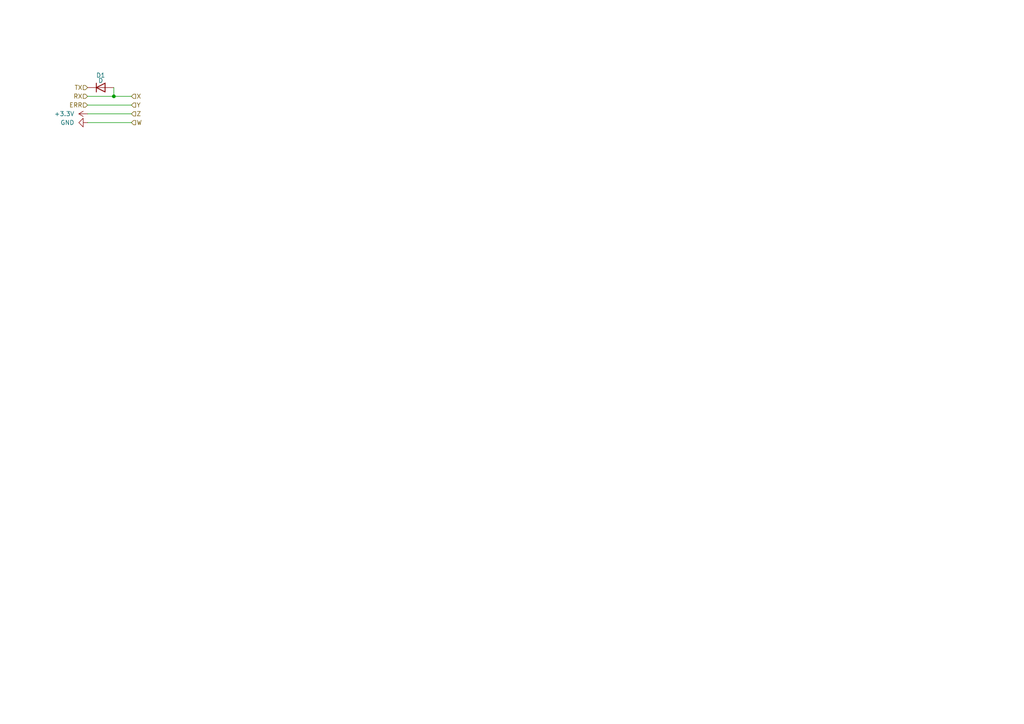
<source format=kicad_sch>
(kicad_sch (version 20231120) (generator "eeschema") (generator_version "8.0")
  (paper "A4")
  (lib_symbols
    (symbol "Device:D" (pin_numbers hide) (pin_names (offset 1.016) hide)
      (property "Reference" "D" (at 0 2.54 0))
      (property "Value" "D" (at 0 -2.54 0))
      (symbol "D_0_1"
        (polyline (pts (xy -1.27 1.27) (xy -1.27 -1.27)) (stroke (width 0.254)))
        (polyline (pts (xy 1.27 0) (xy -1.27 0)))
        (polyline (pts (xy 1.27 1.27) (xy 1.27 -1.27) (xy -1.27 0) (xy 1.27 1.27)) (stroke (width 0.254)))
      )
      (symbol "D_1_1"
        (pin passive line (at -3.81 0 0) (length 2.54) (name "K") (number "1"))
        (pin passive line (at 3.81 0 180) (length 2.54) (name "A") (number "2"))
      )
    )
    (symbol "power:+3.3V" (power) (pin_numbers hide) (pin_names (offset 0) hide)
      (property "Value" "+3.3V" (at 0 3.556 0))
      (symbol "+3.3V_0_1"
        (polyline (pts (xy -0.762 1.27) (xy 0 2.54)))
        (polyline (pts (xy 0 0) (xy 0 2.54)))
        (polyline (pts (xy 0 2.54) (xy 0.762 1.27)))
      )
      (symbol "+3.3V_1_1"
        (pin power_in line (at 0 0 90) (length 0) (name "~") (number "1"))
      )
    )
    (symbol "power:GND" (power) (pin_numbers hide) (pin_names (offset 0) hide)
      (property "Value" "GND" (at 0 -3.81 0))
      (symbol "GND_0_1"
        (polyline (pts (xy 0 0) (xy 0 -1.27) (xy 1.27 -1.27) (xy 0 -2.54) (xy -1.27 -1.27) (xy 0 -1.27)))
      )
      (symbol "GND_1_1"
        (pin power_in line (at 0 0 270) (length 0) (name "~") (number "1"))
      )
    )
  )
  (junction (at 33.02 27.94))
  (wire (pts (xy 25.4 35.56) (xy 38.1 35.56)))
  (wire (pts (xy 25.4 33.02) (xy 38.1 33.02)))
  (wire (pts (xy 33.02 27.94) (xy 33.02 25.4)))
  (wire (pts (xy 25.4 30.48) (xy 38.1 30.48)))
  (wire (pts (xy 25.4 27.94) (xy 33.02 27.94)))
  (wire (pts (xy 33.02 27.94) (xy 38.1 27.94)))
  (hierarchical_label "ERR" (shape input) (at 25.4 30.48 180))
  (hierarchical_label "RX" (shape input) (at 25.4 27.94 180))
  (hierarchical_label "W" (shape input) (at 38.1 35.56 0))
  (hierarchical_label "Z" (shape input) (at 38.1 33.02 0))
  (hierarchical_label "Y" (shape input) (at 38.1 30.48 0))
  (hierarchical_label "TX" (shape input) (at 25.4 25.4 180))
  (hierarchical_label "X" (shape input) (at 38.1 27.94 0))
  (symbol (lib_id "Device:D") (at 29.21 25.4 0) (unit 1)
    (property "Reference" "D1" (at 29.21 21.844 0))
    (property "Value" "D" (at 29.21 23.368 0))
    (property "Description" "Diode" (effects (hide yes)))
    (property "Sim.Device" "D" (effects (hide yes)))
    (property "Sim.Pins" "1=K 2=A" (effects (hide yes)))
  )
  (symbol (lib_id "power:GND") (at 25.4 35.56 270) (unit 1)
    (property "Reference" "#PWR04" (effects (hide yes)))
    (property "Value" "GND" (at 21.59 35.5599 90) (effects (justify right)))
    (property "Description" "Power symbol creates a global label with name \"GND\" , ground" (effects (hide yes)))
  )
  (symbol (lib_id "power:+3.3V") (at 25.4 33.02 90) (unit 1)
    (property "Reference" "#PWR03" (effects (hide yes)))
    (property "Value" "+3.3V" (at 21.59 33.0199 90) (effects (justify left)))
    (property "Description" "Power symbol creates a global label with name \"+3.3V\"" (effects (hide yes)))
  )
)
</source>
